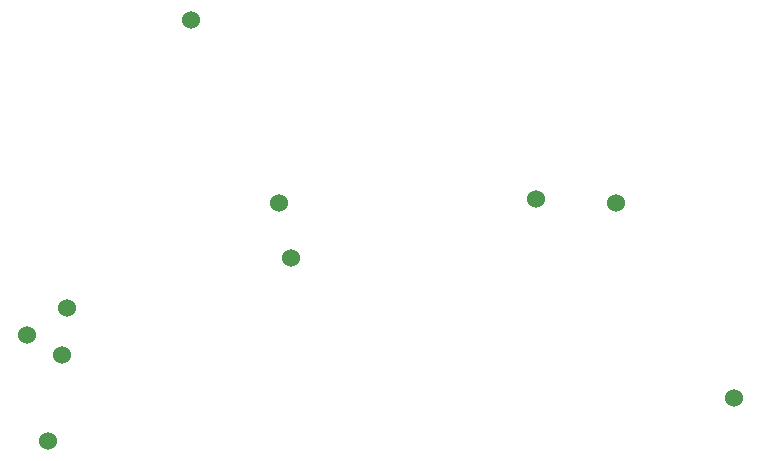
<source format=gbr>
%TF.GenerationSoftware,KiCad,Pcbnew,5.1.10*%
%TF.CreationDate,2021-07-24T17:47:40-07:00*%
%TF.ProjectId,Engine-Controller,456e6769-6e65-42d4-936f-6e74726f6c6c,1.0*%
%TF.SameCoordinates,Original*%
%TF.FileFunction,Paste,Bot*%
%TF.FilePolarity,Positive*%
%FSLAX46Y46*%
G04 Gerber Fmt 4.6, Leading zero omitted, Abs format (unit mm)*
G04 Created by KiCad (PCBNEW 5.1.10) date 2021-07-24 17:47:40*
%MOMM*%
%LPD*%
G01*
G04 APERTURE LIST*
%ADD10C,1.524000*%
G04 APERTURE END LIST*
D10*
%TO.C,TP7*%
X151638000Y-124053600D03*
%TD*%
%TO.C,TP1*%
X133731000Y-132969000D03*
%TD*%
%TO.C,TP2*%
X190195200Y-140563600D03*
%TD*%
%TO.C,TP3*%
X144221200Y-108508800D03*
%TD*%
%TO.C,TP4*%
X132156200Y-144195800D03*
%TD*%
%TO.C,TP5*%
X130352800Y-135255000D03*
%TD*%
%TO.C,TP6*%
X173456600Y-123672600D03*
%TD*%
%TO.C,TP8*%
X180213000Y-124002800D03*
%TD*%
%TO.C,TP9*%
X152654000Y-128676400D03*
%TD*%
%TO.C,TP10*%
X133324600Y-136880600D03*
%TD*%
M02*

</source>
